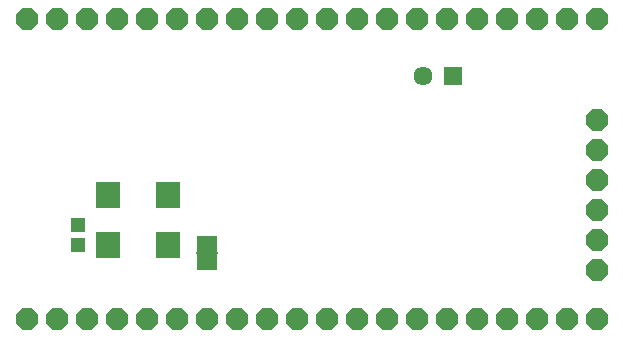
<source format=gbs>
G75*
G70*
%OFA0B0*%
%FSLAX24Y24*%
%IPPOS*%
%LPD*%
%AMOC8*
5,1,8,0,0,1.08239X$1,22.5*
%
%ADD10OC8,0.0720*%
%ADD11R,0.0789X0.0867*%
%ADD12R,0.0710X0.0540*%
%ADD13R,0.0720X0.0060*%
%ADD14R,0.0474X0.0513*%
%ADD15R,0.0635X0.0635*%
%ADD16C,0.0635*%
D10*
X003006Y001161D03*
X004006Y001161D03*
X005006Y001161D03*
X006006Y001161D03*
X007006Y001161D03*
X008006Y001161D03*
X009006Y001161D03*
X010006Y001161D03*
X011006Y001161D03*
X012006Y001161D03*
X013006Y001161D03*
X014006Y001161D03*
X015006Y001161D03*
X016006Y001161D03*
X017006Y001161D03*
X018006Y001161D03*
X019006Y001161D03*
X020006Y001161D03*
X021006Y001161D03*
X022006Y001161D03*
X022006Y002811D03*
X022006Y003811D03*
X022006Y004811D03*
X022006Y005811D03*
X022006Y006811D03*
X022006Y007811D03*
X022006Y011161D03*
X021006Y011161D03*
X020006Y011161D03*
X019006Y011161D03*
X018006Y011161D03*
X017006Y011161D03*
X016006Y011161D03*
X015006Y011161D03*
X014006Y011161D03*
X013006Y011161D03*
X012006Y011161D03*
X011006Y011161D03*
X010006Y011161D03*
X009006Y011161D03*
X008006Y011161D03*
X007006Y011161D03*
X006006Y011161D03*
X005006Y011161D03*
X004006Y011161D03*
X003006Y011161D03*
D11*
X005706Y005288D03*
X007706Y005288D03*
X007706Y003634D03*
X005706Y003634D03*
D12*
X009006Y003661D03*
X009006Y003061D03*
D13*
X009006Y003361D03*
D14*
X004706Y003627D03*
X004706Y004296D03*
D15*
X017206Y009261D03*
D16*
X016206Y009261D03*
M02*

</source>
